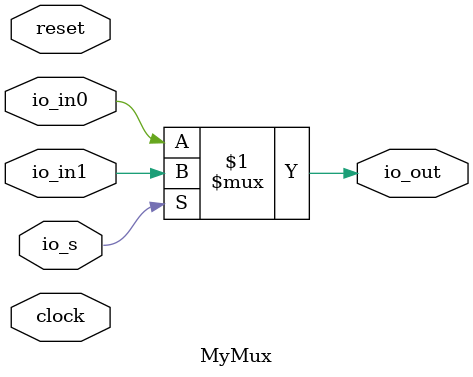
<source format=v>
module MyMux(
  input   clock,
  input   reset,
  input   io_s,
  input   io_in0,
  input   io_in1,
  output  io_out
);
  assign io_out = io_s ? io_in1 : io_in0; // @[myMux.scala 14:16]
endmodule

</source>
